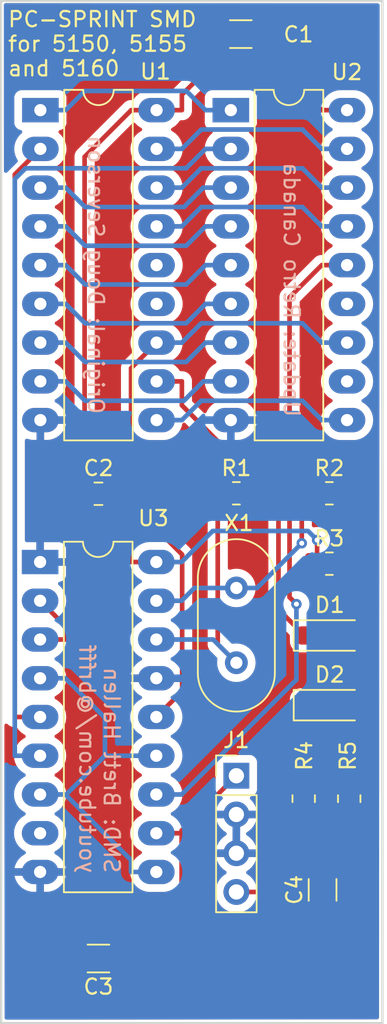
<source format=kicad_pcb>
(kicad_pcb (version 20221018) (generator pcbnew)
  (layers (0 "F.Cu" signal) (31 "B.Cu" signal) (34 "B.Paste" user) (35 "F.Paste" user) (36 "B.SilkS" user "B.Silkscreen") (37 "F.SilkS" user "F.Silkscreen") (38 "B.Mask" user) (39 "F.Mask" user) (44 "Edge.Cuts" user))
  (net 0 "")
  (net 1 "Net-(U1-VCC)")
  (net 2 "/GND")
  (net 3 "Net-(J1-Pin_1)")
  (net 4 "Net-(D2-K)")
  (net 5 "Net-(D1-K)")
  (net 6 "Net-(D1-A)")
  (net 7 "Net-(U3-X2)")
  (net 8 "Net-(U3-X1)")
  (net 9 "Net-(U1-CSYNC)")
  (net 10 "Net-(U1-PCLCK)")
  (net 11 "Net-(U1-~{AEN1})")
  (net 12 "Net-(U1-RDY1)")
  (net 13 "Net-(U1-READY)")
  (net 14 "Net-(U1-RDY2)")
  (net 15 "Net-(U1-~{AEN2})")
  (net 16 "Net-(U1-CLK)")
  (net 17 "Net-(U1-RESET)")
  (net 18 "Net-(U1-OSC)")
  (net 21 "Net-(U1-~{ASYNC})")
  (net 22 "Net-(U1-X2)")
  (net 23 "Net-(U1-X1)")
  (net 24 "Net-(U2-PCLCK)")
  (net 25 "Net-(U2-F{slash}C)")
  (net 26 "Net-(U2-EFI)")
  (net 27 "Net-(U3-PCLCK)")
  (footprint "Resistor_SMD:R_0805_2012Metric_Pad1.20x1.40mm_HandSolder" (layer "F.Cu") (at 94.8373 102.2825 90)
    (fp_text reference "R4" (at 2.8058 0.042762 90) (layer "F.SilkS"))
    (fp_text value "10K")
    (fp_line (start -0.227064 -0.735) (end 0.227064 -0.735) (stroke (width 0.12)) (layer "F.SilkS"))
    (fp_line (start -0.227064 0.735) (end 0.227064 0.735) (stroke (width 0.12)) (layer "F.SilkS"))
    (pad "1" smd roundrect (at -1 0 90) (size 1.2 1.4) (layers "F.Cu" "F.Paste" "F.Mask") (roundrect_rratio 0.2083333333) (net 1 "Net-(U1-VCC)"))
    (pad "2" smd roundrect (at 1 0 90) (size 1.2 1.4) (layers "F.Cu" "F.Paste" "F.Mask") (roundrect_rratio 0.2083333333) (net 4 "Net-(D2-K)"))
  )
  (footprint "Package_DIP:DIP-18_W7.62mm_LongPads" (layer "F.Cu") (at 77.5543 86.7679)
    (fp_text reference "U3" (at 7.429343 -2.865611) (layer "F.SilkS"))
    (fp_text value "8284A")
    (fp_line (start 1.56 -1.33) (end 1.56 21.65) (stroke (width 0.12)) (layer "F.SilkS"))
    (fp_line (start 1.56 21.65) (end 6.06 21.65) (stroke (width 0.12)) (layer "F.SilkS"))
    (fp_line (start 2.81 -1.33) (end 1.56 -1.33) (stroke (width 0.12)) (layer "F.SilkS"))
    (fp_line (start 6.06 -1.33) (end 4.81 -1.33) (stroke (width 0.12)) (layer "F.SilkS"))
    (fp_line (start 6.06 21.65) (end 6.06 -1.33) (stroke (width 0.12)) (layer "F.SilkS"))
    (fp_arc (start 4.81 -1.33) (mid 3.81 -0.33) (end 2.81 -1.33) (stroke (width 0.12)) (layer "F.SilkS"))
    (pad "1" thru_hole rect (at 0 0) (size 2.4 1.6) (drill 0.8) (layers "*.Cu" "*.Mask") (net 2 "/GND"))
    (pad "2" thru_hole oval (at 0 2.54) (size 2.4 1.6) (drill 0.8) (layers "*.Cu" "*.Mask") (net 27 "Net-(U3-PCLCK)"))
    (pad "3" thru_hole oval (at 0 5.08) (size 2.4 1.6) (drill 0.8) (layers "*.Cu" "*.Mask") (net 27 "Net-(U3-PCLCK)"))
    (pad "4" thru_hole oval (at 0 7.62) (size 2.4 1.6) (drill 0.8) (layers "*.Cu" "*.Mask") (net 25 "Net-(U2-F{slash}C)"))
    (pad "5" thru_hole oval (at 0 10.16) (size 2.4 1.6) (drill 0.8) (layers "*.Cu" "*.Mask") (net 10 "Net-(U1-PCLCK)"))
    (pad "6" thru_hole oval (at 0 12.7) (size 2.4 1.6) (drill 0.8) (layers "*.Cu" "*.Mask") (net 24 "Net-(U2-PCLCK)"))
    (pad "7" thru_hole oval (at 0 15.24) (size 2.4 1.6) (drill 0.8) (layers "*.Cu" "*.Mask") (net 25 "Net-(U2-F{slash}C)"))
    (pad "8" thru_hole oval (at 0 17.78) (size 2.4 1.6) (drill 0.8) (layers "*.Cu" "*.Mask"))
    (pad "9" thru_hole oval (at 0 20.32) (size 2.4 1.6) (drill 0.8) (layers "*.Cu" "*.Mask") (net 2 "/GND"))
    (pad "10" thru_hole oval (at 7.62 20.32) (size 2.4 1.6) (drill 0.8) (layers "*.Cu" "*.Mask") (net 25 "Net-(U2-F{slash}C)"))
    (pad "11" thru_hole oval (at 7.62 17.78) (size 2.4 1.6) (drill 0.8) (layers "*.Cu" "*.Mask") (net 3 "Net-(J1-Pin_1)"))
    (pad "12" thru_hole oval (at 7.62 15.24) (size 2.4 1.6) (drill 0.8) (layers "*.Cu" "*.Mask") (net 26 "Net-(U2-EFI)"))
    (pad "13" thru_hole oval (at 7.62 12.7) (size 2.4 1.6) (drill 0.8) (layers "*.Cu" "*.Mask") (net 25 "Net-(U2-F{slash}C)"))
    (pad "14" thru_hole oval (at 7.62 10.16) (size 2.4 1.6) (drill 0.8) (layers "*.Cu" "*.Mask") (net 18 "Net-(U1-OSC)"))
    (pad "15" thru_hole oval (at 7.62 7.62) (size 2.4 1.6) (drill 0.8) (layers "*.Cu" "*.Mask") (net 2 "/GND"))
    (pad "16" thru_hole oval (at 7.62 5.08) (size 2.4 1.6) (drill 0.8) (layers "*.Cu" "*.Mask") (net 7 "Net-(U3-X2)"))
    (pad "17" thru_hole oval (at 7.62 2.54) (size 2.4 1.6) (drill 0.8) (layers "*.Cu" "*.Mask") (net 8 "Net-(U3-X1)"))
    (pad "18" thru_hole oval (at 7.62 0) (size 2.4 1.6) (drill 0.8) (layers "*.Cu" "*.Mask") (net 1 "Net-(U1-VCC)"))
  )
  (footprint "Capacitor_SMD:C_1206_3216Metric_Pad1.33x1.80mm_HandSolder" (layer "F.Cu") (at 81.3793 112.7608 180)
    (fp_text reference "C3" (at 0 -1.85) (layer "F.SilkS"))
    (fp_text value "10uF")
    (fp_line (start -0.711252 -0.91) (end 0.711252 -0.91) (stroke (width 0.12)) (layer "F.SilkS"))
    (fp_line (start -0.711252 0.91) (end 0.711252 0.91) (stroke (width 0.12)) (layer "F.SilkS"))
    (pad "1" smd roundrect (at -1.5625 0 180) (size 1.325 1.8) (layers "F.Cu" "F.Paste" "F.Mask") (roundrect_rratio 0.1886792453) (net 3 "Net-(J1-Pin_1)"))
    (pad "2" smd roundrect (at 1.5625 0 180) (size 1.325 1.8) (layers "F.Cu" "F.Paste" "F.Mask") (roundrect_rratio 0.1886792453) (net 2 "/GND"))
  )
  (footprint "Resistor_SMD:R_0805_2012Metric_Pad1.20x1.40mm_HandSolder" (layer "F.Cu") (at 90.4229 82.2638)
    (fp_text reference "R1" (at 0 -1.65) (layer "F.SilkS"))
    (fp_text value "560")
    (fp_line (start -0.227064 -0.735) (end 0.227064 -0.735) (stroke (width 0.12)) (layer "F.SilkS"))
    (fp_line (start -0.227064 0.735) (end 0.227064 0.735) (stroke (width 0.12)) (layer "F.SilkS"))
    (pad "1" smd roundrect (at -1 0) (size 1.2 1.4) (layers "F.Cu" "F.Paste" "F.Mask") (roundrect_rratio 0.2083333333) (net 7 "Net-(U3-X2)"))
    (pad "2" smd roundrect (at 1 0) (size 1.2 1.4) (layers "F.Cu" "F.Paste" "F.Mask") (roundrect_rratio 0.2083333333) (net 2 "/GND"))
  )
  (footprint "Resistor_SMD:R_0805_2012Metric_Pad1.20x1.40mm_HandSolder" (layer "F.Cu") (at 96.52 82.2638)
    (fp_text reference "R2" (at 0 -1.65) (layer "F.SilkS"))
    (fp_text value "560")
    (fp_line (start -0.227064 -0.735) (end 0.227064 -0.735) (stroke (width 0.12)) (layer "F.SilkS"))
    (fp_line (start -0.227064 0.735) (end 0.227064 0.735) (stroke (width 0.12)) (layer "F.SilkS"))
    (pad "1" smd roundrect (at -1 0) (size 1.2 1.4) (layers "F.Cu" "F.Paste" "F.Mask") (roundrect_rratio 0.2083333333) (net 8 "Net-(U3-X1)"))
    (pad "2" smd roundrect (at 1 0) (size 1.2 1.4) (layers "F.Cu" "F.Paste" "F.Mask") (roundrect_rratio 0.2083333333) (net 2 "/GND"))
  )
  (footprint "Diode_SMD:D_SOD-123" (layer "F.Cu") (at 96.5425 96.1521)
    (fp_text reference "D2" (at 0 -2) (layer "F.SilkS"))
    (fp_text value "1N4148")
    (fp_line (start -2.36 -1) (end -2.36 1) (stroke (width 0.12)) (layer "F.SilkS"))
    (fp_line (start -2.36 -1) (end 1.65 -1) (stroke (width 0.12)) (layer "F.SilkS"))
    (fp_line (start -2.36 1) (end 1.65 1) (stroke (width 0.12)) (layer "F.SilkS"))
    (pad "1" smd roundrect (at -1.65 0) (size 0.9 1.2) (layers "F.Cu" "F.Paste" "F.Mask") (net 4 "Net-(D2-K)"))
    (pad "2" smd roundrect (at 1.65 0) (size 0.9 1.2) (layers "F.Cu" "F.Paste" "F.Mask") (net 6 "Net-(D1-A)"))
  )
  (footprint "Diode_SMD:D_SOD-123" (layer "F.Cu") (at 96.5425 91.5831)
    (fp_text reference "D1" (at 0 -2) (layer "F.SilkS"))
    (fp_text value "1N4148")
    (fp_line (start -2.36 -1) (end -2.36 1) (stroke (width 0.12)) (layer "F.SilkS"))
    (fp_line (start -2.36 -1) (end 1.65 -1) (stroke (width 0.12)) (layer "F.SilkS"))
    (fp_line (start -2.36 1) (end 1.65 1) (stroke (width 0.12)) (layer "F.SilkS"))
    (pad "1" smd roundrect (at -1.65 0) (size 0.9 1.2) (layers "F.Cu" "F.Paste" "F.Mask") (net 5 "Net-(D1-K)"))
    (pad "2" smd roundrect (at 1.65 0) (size 0.9 1.2) (layers "F.Cu" "F.Paste" "F.Mask") (net 6 "Net-(D1-A)"))
  )
  (footprint "Package_DIP:DIP-18_W7.62mm_LongPads" (layer "F.Cu") (at 77.5719 57.1456)
    (fp_text reference "U1" (at 7.542964 -2.525074) (layer "F.SilkS"))
    (fp_text value "8284A")
    (fp_line (start 1.56 -1.33) (end 1.56 21.65) (stroke (width 0.12)) (layer "F.SilkS"))
    (fp_line (start 1.56 21.65) (end 6.06 21.65) (stroke (width 0.12)) (layer "F.SilkS"))
    (fp_line (start 2.81 -1.33) (end 1.56 -1.33) (stroke (width 0.12)) (layer "F.SilkS"))
    (fp_line (start 6.06 -1.33) (end 4.81 -1.33) (stroke (width 0.12)) (layer "F.SilkS"))
    (fp_line (start 6.06 21.65) (end 6.06 -1.33) (stroke (width 0.12)) (layer "F.SilkS"))
    (fp_arc (start 4.81 -1.33) (mid 3.81 -0.33) (end 2.81 -1.33) (stroke (width 0.12)) (layer "F.SilkS"))
    (pad "1" thru_hole rect (at 0 0) (size 2.4 1.6) (drill 0.8) (layers "*.Cu" "*.Mask") (net 9 "Net-(U1-CSYNC)"))
    (pad "2" thru_hole oval (at 0 2.54) (size 2.4 1.6) (drill 0.8) (layers "*.Cu" "*.Mask") (net 10 "Net-(U1-PCLCK)"))
    (pad "3" thru_hole oval (at 0 5.08) (size 2.4 1.6) (drill 0.8) (layers "*.Cu" "*.Mask") (net 11 "Net-(U1-~{AEN1})"))
    (pad "4" thru_hole oval (at 0 7.62) (size 2.4 1.6) (drill 0.8) (layers "*.Cu" "*.Mask") (net 12 "Net-(U1-RDY1)"))
    (pad "5" thru_hole oval (at 0 10.16) (size 2.4 1.6) (drill 0.8) (layers "*.Cu" "*.Mask") (net 13 "Net-(U1-READY)"))
    (pad "6" thru_hole oval (at 0 12.7) (size 2.4 1.6) (drill 0.8) (layers "*.Cu" "*.Mask") (net 14 "Net-(U1-RDY2)"))
    (pad "7" thru_hole oval (at 0 15.24) (size 2.4 1.6) (drill 0.8) (layers "*.Cu" "*.Mask") (net 15 "Net-(U1-~{AEN2})"))
    (pad "8" thru_hole oval (at 0 17.78) (size 2.4 1.6) (drill 0.8) (layers "*.Cu" "*.Mask") (net 16 "Net-(U1-CLK)"))
    (pad "9" thru_hole oval (at 0 20.32) (size 2.4 1.6) (drill 0.8) (layers "*.Cu" "*.Mask") (net 2 "/GND"))
    (pad "10" thru_hole oval (at 7.62 20.32) (size 2.4 1.6) (drill 0.8) (layers "*.Cu" "*.Mask") (net 17 "Net-(U1-RESET)"))
    (pad "11" thru_hole oval (at 7.62 17.78) (size 2.4 1.6) (drill 0.8) (layers "*.Cu" "*.Mask") (net 5 "Net-(D1-K)"))
    (pad "12" thru_hole oval (at 7.62 15.24) (size 2.4 1.6) (drill 0.8) (layers "*.Cu" "*.Mask") (net 18 "Net-(U1-OSC)"))
    (pad "13" thru_hole oval (at 7.62 12.7) (size 2.4 1.6) (drill 0.8) (layers "*.Cu" "*.Mask"))
    (pad "14" thru_hole oval (at 7.62 10.16) (size 2.4 1.6) (drill 0.8) (layers "*.Cu" "*.Mask"))
    (pad "15" thru_hole oval (at 7.62 7.62) (size 2.4 1.6) (drill 0.8) (layers "*.Cu" "*.Mask") (net 21 "Net-(U1-~{ASYNC})"))
    (pad "16" thru_hole oval (at 7.62 5.08) (size 2.4 1.6) (drill 0.8) (layers "*.Cu" "*.Mask") (net 22 "Net-(U1-X2)"))
    (pad "17" thru_hole oval (at 7.62 2.54) (size 2.4 1.6) (drill 0.8) (layers "*.Cu" "*.Mask") (net 23 "Net-(U1-X1)"))
    (pad "18" thru_hole oval (at 7.62 0) (size 2.4 1.6) (drill 0.8) (layers "*.Cu" "*.Mask") (net 1 "Net-(U1-VCC)"))
  )
  (footprint "Crystal:Crystal_HC18-U_Vertical" (layer "F.Cu") (at 90.4229 93.3703 90)
    (fp_text reference "X1" (at 9.152132 0.169315) (layer "F.SilkS"))
    (fp_text value "22.11 MHz")
    (fp_line (start -0.675 -2.525) (end 5.575 -2.525) (stroke (width 0.12)) (layer "F.SilkS"))
    (fp_line (start -0.675 2.525) (end 5.575 2.525) (stroke (width 0.12)) (layer "F.SilkS"))
    (fp_arc (start -0.675 2.525) (mid -3.2 0) (end -0.675 -2.525) (stroke (width 0.12)) (layer "F.SilkS"))
    (fp_arc (start 5.575 -2.525) (mid 8.1 0) (end 5.575 2.525) (stroke (width 0.12)) (layer "F.SilkS"))
    (pad "1" thru_hole circle (at 0 0 90) (size 1.5 1.5) (drill 0.8) (layers "*.Cu" "*.Mask") (net 7 "Net-(U3-X2)"))
    (pad "2" thru_hole circle (at 4.9 0 90) (size 1.5 1.5) (drill 0.8) (layers "*.Cu" "*.Mask") (net 8 "Net-(U3-X1)"))
  )
  (footprint "Package_DIP:DIP-18_W7.62mm_LongPads" (layer "F.Cu") (at 90.0604 57.1456)
    (fp_text reference "U2" (at 7.610676 -2.490611) (layer "F.SilkS"))
    (fp_text value "8284A")
    (fp_line (start 1.56 -1.33) (end 1.56 21.65) (stroke (width 0.12)) (layer "F.SilkS"))
    (fp_line (start 1.56 21.65) (end 6.06 21.65) (stroke (width 0.12)) (layer "F.SilkS"))
    (fp_line (start 2.81 -1.33) (end 1.56 -1.33) (stroke (width 0.12)) (layer "F.SilkS"))
    (fp_line (start 6.06 -1.33) (end 4.81 -1.33) (stroke (width 0.12)) (layer "F.SilkS"))
    (fp_line (start 6.06 21.65) (end 6.06 -1.33) (stroke (width 0.12)) (layer "F.SilkS"))
    (fp_arc (start 4.81 -1.33) (mid 3.81 -0.33) (end 2.81 -1.33) (stroke (width 0.12)) (layer "F.SilkS"))
    (pad "1" thru_hole rect (at 0 0) (size 2.4 1.6) (drill 0.8) (layers "*.Cu" "*.Mask") (net 9 "Net-(U1-CSYNC)"))
    (pad "2" thru_hole oval (at 0 2.54) (size 2.4 1.6) (drill 0.8) (layers "*.Cu" "*.Mask") (net 24 "Net-(U2-PCLCK)"))
    (pad "3" thru_hole oval (at 0 5.08) (size 2.4 1.6) (drill 0.8) (layers "*.Cu" "*.Mask") (net 11 "Net-(U1-~{AEN1})"))
    (pad "4" thru_hole oval (at 0 7.62) (size 2.4 1.6) (drill 0.8) (layers "*.Cu" "*.Mask") (net 12 "Net-(U1-RDY1)"))
    (pad "5" thru_hole oval (at 0 10.16) (size 2.4 1.6) (drill 0.8) (layers "*.Cu" "*.Mask") (net 13 "Net-(U1-READY)"))
    (pad "6" thru_hole oval (at 0 12.7) (size 2.4 1.6) (drill 0.8) (layers "*.Cu" "*.Mask") (net 14 "Net-(U1-RDY2)"))
    (pad "7" thru_hole oval (at 0 15.24) (size 2.4 1.6) (drill 0.8) (layers "*.Cu" "*.Mask") (net 15 "Net-(U1-~{AEN2})"))
    (pad "8" thru_hole oval (at 0 17.78) (size 2.4 1.6) (drill 0.8) (layers "*.Cu" "*.Mask") (net 16 "Net-(U1-CLK)"))
    (pad "9" thru_hole oval (at 0 20.32) (size 2.4 1.6) (drill 0.8) (layers "*.Cu" "*.Mask") (net 2 "/GND"))
    (pad "10" thru_hole oval (at 7.62 20.32) (size 2.4 1.6) (drill 0.8) (layers "*.Cu" "*.Mask") (net 17 "Net-(U1-RESET)"))
    (pad "11" thru_hole oval (at 7.62 17.78) (size 2.4 1.6) (drill 0.8) (layers "*.Cu" "*.Mask") (net 6 "Net-(D1-A)"))
    (pad "12" thru_hole oval (at 7.62 15.24) (size 2.4 1.6) (drill 0.8) (layers "*.Cu" "*.Mask") (net 18 "Net-(U1-OSC)"))
    (pad "13" thru_hole oval (at 7.62 12.7) (size 2.4 1.6) (drill 0.8) (layers "*.Cu" "*.Mask") (net 25 "Net-(U2-F{slash}C)"))
    (pad "14" thru_hole oval (at 7.62 10.16) (size 2.4 1.6) (drill 0.8) (layers "*.Cu" "*.Mask") (net 26 "Net-(U2-EFI)"))
    (pad "15" thru_hole oval (at 7.62 7.62) (size 2.4 1.6) (drill 0.8) (layers "*.Cu" "*.Mask") (net 21 "Net-(U1-~{ASYNC})"))
    (pad "16" thru_hole oval (at 7.62 5.08) (size 2.4 1.6) (drill 0.8) (layers "*.Cu" "*.Mask") (net 22 "Net-(U1-X2)"))
    (pad "17" thru_hole oval (at 7.62 2.54) (size 2.4 1.6) (drill 0.8) (layers "*.Cu" "*.Mask") (net 23 "Net-(U1-X1)"))
    (pad "18" thru_hole oval (at 7.62 0) (size 2.4 1.6) (drill 0.8) (layers "*.Cu" "*.Mask") (net 1 "Net-(U1-VCC)"))
  )
  (footprint "Resistor_SMD:R_0805_2012Metric_Pad1.20x1.40mm_HandSolder" (layer "F.Cu") (at 97.8218 102.2825 90)
    (fp_text reference "R5" (at 2.8058 -0.085524 90) (layer "F.SilkS"))
    (fp_text value "10K")
    (fp_line (start -0.227064 -0.735) (end 0.227064 -0.735) (stroke (width 0.12)) (layer "F.SilkS"))
    (fp_line (start -0.227064 0.735) (end 0.227064 0.735) (stroke (width 0.12)) (layer "F.SilkS"))
    (pad "1" smd roundrect (at -1 0 90) (size 1.2 1.4) (layers "F.Cu" "F.Paste" "F.Mask") (roundrect_rratio 0.2083333333) (net 1 "Net-(U1-VCC)"))
    (pad "2" smd roundrect (at 1 0 90) (size 1.2 1.4) (layers "F.Cu" "F.Paste" "F.Mask") (roundrect_rratio 0.2083333333) (net 3 "Net-(J1-Pin_1)"))
  )
  (footprint "Capacitor_SMD:C_1206_3216Metric_Pad1.33x1.80mm_HandSolder" (layer "F.Cu") (at 96.0755 108.2607 90)
    (fp_text reference "C4" (at 0 -1.85 90) (layer "F.SilkS"))
    (fp_text value "10uF")
    (fp_line (start -0.711252 -0.91) (end 0.711252 -0.91) (stroke (width 0.12)) (layer "F.SilkS"))
    (fp_line (start -0.711252 0.91) (end 0.711252 0.91) (stroke (width 0.12)) (layer "F.SilkS"))
    (pad "1" smd roundrect (at -1.5625 0 90) (size 1.325 1.8) (layers "F.Cu" "F.Paste" "F.Mask") (roundrect_rratio 0.1886792453) (net 4 "Net-(D2-K)"))
    (pad "2" smd roundrect (at 1.5625 0 90) (size 1.325 1.8) (layers "F.Cu" "F.Paste" "F.Mask") (roundrect_rratio 0.1886792453) (net 2 "/GND"))
  )
  (footprint "Connector_PinHeader_2.54mm:PinHeader_1x04_P2.54mm_Vertical" (layer "F.Cu") (at 90.4229 100.7781)
    (fp_text reference "J1" (at 0 -2.33) (layer "F.SilkS"))
    (fp_text value "TB1")
    (fp_line (start -1.33 -1.33) (end 0 -1.33) (stroke (width 0.12)) (layer "F.SilkS"))
    (fp_line (start -1.33 0) (end -1.33 -1.33) (stroke (width 0.12)) (layer "F.SilkS"))
    (fp_line (start -1.33 1.27) (end -1.33 8.95) (stroke (width 0.12)) (layer "F.SilkS"))
    (fp_line (start -1.33 1.27) (end 1.33 1.27) (stroke (width 0.12)) (layer "F.SilkS"))
    (fp_line (start -1.33 8.95) (end 1.33 8.95) (stroke (width 0.12)) (layer "F.SilkS"))
    (fp_line (start 1.33 1.27) (end 1.33 8.95) (stroke (width 0.12)) (layer "F.SilkS"))
    (pad "1" thru_hole rect (at 0 0) (size 1.7 1.7) (drill 1) (layers "*.Cu" "*.Mask") (net 3 "Net-(J1-Pin_1)"))
    (pad "2" thru_hole oval (at 0 2.54) (size 1.7 1.7) (drill 1) (layers "*.Cu" "*.Mask") (net 2 "/GND"))
    (pad "3" thru_hole oval (at 0 5.08) (size 1.7 1.7) (drill 1) (layers "*.Cu" "*.Mask") (net 2 "/GND"))
    (pad "4" thru_hole oval (at 0 7.62) (size 1.7 1.7) (drill 1) (layers "*.Cu" "*.Mask") (net 4 "Net-(D2-K)"))
  )
  (footprint "Resistor_SMD:R_0805_2012Metric_Pad1.20x1.40mm_HandSolder" (layer "F.Cu") (at 96.52 86.8767)
    (fp_text reference "R3" (at 0 -1.65) (layer "F.SilkS"))
    (fp_text value "3.3K")
    (fp_line (start -0.227064 -0.735) (end 0.227064 -0.735) (stroke (width 0.12)) (layer "F.SilkS"))
    (fp_line (start -0.227064 0.735) (end 0.227064 0.735) (stroke (width 0.12)) (layer "F.SilkS"))
    (pad "1" smd roundrect (at -1 0) (size 1.2 1.4) (layers "F.Cu" "F.Paste" "F.Mask") (roundrect_rratio 0.2083333333) (net 1 "Net-(U1-VCC)"))
    (pad "2" smd roundrect (at 1 0) (size 1.2 1.4) (layers "F.Cu" "F.Paste" "F.Mask") (roundrect_rratio 0.2083333333) (net 6 "Net-(D1-A)"))
  )
  (footprint "Capacitor_SMD:C_1206_3216Metric_Pad1.33x1.80mm_HandSolder" (layer "F.Cu") (at 90.7121 52.1608)
    (fp_text reference "C1" (at 3.780907 0.02285) (layer "F.SilkS"))
    (fp_text value "10uF")
    (fp_line (start -0.711252 -0.91) (end 0.711252 -0.91) (stroke (width 0.12)) (layer "F.SilkS"))
    (fp_line (start -0.711252 0.91) (end 0.711252 0.91) (stroke (width 0.12)) (layer "F.SilkS"))
    (pad "1" smd roundrect (at -1.5625 0) (size 1.325 1.8) (layers "F.Cu" "F.Paste" "F.Mask") (roundrect_rratio 0.1886792453) (net 1 "Net-(U1-VCC)"))
    (pad "2" smd roundrect (at 1.5625 0) (size 1.325 1.8) (layers "F.Cu" "F.Paste" "F.Mask") (roundrect_rratio 0.1886792453) (net 2 "/GND"))
  )
  (footprint "Capacitor_SMD:C_0805_2012Metric_Pad1.18x1.45mm_HandSolder" (layer "F.Cu") (at 81.3793 82.2938)
    (fp_text reference "C2" (at 0 -1.68) (layer "F.SilkS"))
    (fp_text value "0.01uF")
    (fp_line (start -0.261252 -0.735) (end 0.261252 -0.735) (stroke (width 0.12)) (layer "F.SilkS"))
    (fp_line (start -0.261252 0.735) (end 0.261252 0.735) (stroke (width 0.12)) (layer "F.SilkS"))
    (pad "1" smd roundrect (at -1.0375 0) (size 1.175 1.45) (layers "F.Cu" "F.Paste" "F.Mask") (roundrect_rratio 0.2127659574) (net 1 "Net-(U1-VCC)"))
    (pad "2" smd roundrect (at 1.0375 0) (size 1.175 1.45) (layers "F.Cu" "F.Paste" "F.Mask") (roundrect_rratio 0.2127659574) (net 2 "/GND"))
  )
  (gr_line (start 100 117) (end 75 117) (stroke (width 0.15)) (layer "Edge.Cuts"))
  (gr_line (start 75 50) (end 100 50) (stroke (width 0.15)) (layer "Edge.Cuts"))
  (gr_line (start 75 117) (end 75 50) (stroke (width 0.15)) (layer "Edge.Cuts"))
  (gr_line (start 100 50) (end 100 117) (stroke (width 0.15)) (layer "Edge.Cuts"))
  (gr_text "SMD: Brett Hallen\nyoutube.com/@brfff" (at 80.050472 107.247654 270) (layer "B.SilkS") (effects (font (size 1 1)) (justify left bottom mirror)))
  (gr_text "Update: Retro Canada" (at 93.455339 77.354789 -90) (layer "B.SilkS") (effects (font (size 1 1)) (justify left bottom mirror)))
  (gr_text "Original: Doug Severson" (at 80.624342 77.153255 270) (layer "B.SilkS") (effects (font (size 1 1)) (justify left bottom mirror)))
  (gr_text "PC-SPRINT SMD\nfor 5150, 5155\nand 5160" (at 75.369955 54.996497) (layer "F.SilkS") (effects (font (size 1 1)) (justify left bottom)))
  (segment (start 80.4721 82.2938) (end 80.3418 82.2938) (width 0.3048) (layer "F.Cu") (net 1))
  (segment (start 89.1496 53.8368) (end 92.7125 53.8368) (width 0.3048) (layer "F.Cu") (net 1))
  (segment (start 85.1919 57.1456) (end 83.5328 57.1456) (width 0.3048) (layer "F.Cu") (net 1))
  (segment (start 97.8218 103.2825) (end 97.2709 103.2825) (width 0.3048) (layer "F.Cu") (net 1))
  (segment (start 80.4721 82.2938) (end 80.4721 60.2063) (width 0.3048) (layer "F.Cu") (net 1))
  (segment (start 83.5152 86.7679) (end 83.5152 85.3369) (width 0.3048) (layer "F.Cu") (net 1))
  (segment (start 83.5152 85.3369) (end 80.4721 82.2938) (width 0.3048) (layer "F.Cu") (net 1))
  (segment (start 95.52 86.8767) (end 95.7156 86.6811) (width 0.3048) (layer "F.Cu") (net 1))
  (segment (start 97.6804 57.1456) (end 96.0213 57.1456) (width 0.3048) (layer "F.Cu") (net 1))
  (segment (start 86.851 57.1456) (end 86.851 56.1354) (width 0.3048) (layer "F.Cu") (net 1))
  (segment (start 85.1743 86.7679) (end 83.5152 86.7679) (width 0.3048) (layer "F.Cu") (net 1))
  (segment (start 96.0541 102.0657) (end 94.8373 103.2825) (width 0.3048) (layer "F.Cu") (net 1))
  (segment (start 92.7125 53.8368) (end 96.0213 57.1456) (width 0.3048) (layer "F.Cu") (net 1))
  (segment (start 89.1496 52.1608) (end 89.1496 53.8368) (width 0.3048) (layer "F.Cu") (net 1))
  (segment (start 86.851 56.1354) (end 89.1496 53.8368) (width 0.3048) (layer "F.Cu") (net 1))
  (segment (start 95.7156 86.6811) (end 95.7156 85.3276) (width 0.3048) (layer "F.Cu") (net 1))
  (segment (start 80.4721 60.2063) (end 83.5328 57.1456) (width 0.3048) (layer "F.Cu") (net 1))
  (segment (start 85.1919 57.1456) (end 86.851 57.1456) (width 0.3048) (layer "F.Cu") (net 1))
  (segment (start 96.0541 87.4108) (end 96.0541 102.0657) (width 0.3048) (layer "F.Cu") (net 1))
  (segment (start 95.52 86.8767) (end 96.0541 87.4108) (width 0.3048) (layer "F.Cu") (net 1))
  (segment (start 97.2709 103.2825) (end 96.0541 102.0657) (width 0.3048) (layer "F.Cu") (net 1))
  (via (at 95.7156 85.3276) (size 0.6858) (drill 0.3302) (layers "F.Cu" "B.Cu") (net 1))
  (segment (start 86.8334 86.7679) (end 88.8693 84.732) (width 0.3048) (layer "B.Cu") (net 1))
  (segment (start 85.1743 86.7679) (end 86.8334 86.7679) (width 0.3048) (layer "B.Cu") (net 1))
  (segment (start 88.8693 84.732) (end 95.12 84.732) (width 0.3048) (layer "B.Cu") (net 1))
  (segment (start 95.12 84.732) (end 95.7156 85.3276) (width 0.3048) (layer "B.Cu") (net 1))
  (segment (start 85.7157 110.9971) (end 97.0504 110.9971) (width 0.3048) (layer "F.Cu") (net 3))
  (segment (start 82.9418 112.7608) (end 85.2106 110.492) (width 0.3048) (layer "F.Cu") (net 3))
  (segment (start 86.8334 104.3676) (end 86.8334 104.5479) (width 0.3048) (layer "F.Cu") (net 3))
  (segment (start 90.4229 100.7781) (end 86.8334 104.3676) (width 0.3048) (layer "F.Cu") (net 3))
  (segment (start 85.2106 110.492) (end 85.7157 110.9971) (width 0.3048) (layer "F.Cu") (net 3))
  (segment (start 99.0419 109.0056) (end 99.0419 102.5026) (width 0.3048) (layer "F.Cu") (net 3))
  (segment (start 99.0419 102.5026) (end 97.8218 101.2825) (width 0.3048) (layer "F.Cu") (net 3))
  (segment (start 86.8334 108.8692) (end 86.8334 104.5479) (width 0.3048) (layer "F.Cu") (net 3))
  (segment (start 85.2106 110.492) (end 86.8334 108.8692) (width 0.3048) (layer "F.Cu") (net 3))
  (segment (start 85.1743 104.5479) (end 86.8334 104.5479) (width 0.3048) (layer "F.Cu") (net 3))
  (segment (start 97.0504 110.9971) (end 99.0419 109.0056) (width 0.3048) (layer "F.Cu") (net 3))
  (segment (start 94.2084 107.9561) (end 96.0755 109.8232) (width 0.3048) (layer "F.Cu") (net 4))
  (segment (start 94.8373 96.2073) (end 94.8925 96.1521) (width 0.3048) (layer "F.Cu") (net 4))
  (segment (start 92.174 107.9561) (end 93.6187 107.9561) (width 0.3048) (layer "F.Cu") (net 4))
  (segment (start 93.6187 107.9561) (end 93.6187 102.5011) (width 0.3048) (layer "F.Cu") (net 4))
  (segment (start 94.8373 101.2825) (end 94.8373 96.2073) (width 0.3048) (layer "F.Cu") (net 4))
  (segment (start 90.4229 108.3981) (end 91.732 108.3981) (width 0.3048) (layer "F.Cu") (net 4))
  (segment (start 93.6187 107.9561) (end 94.2084 107.9561) (width 0.3048) (layer "F.Cu") (net 4))
  (segment (start 91.732 108.3981) (end 92.174 107.9561) (width 0.3048) (layer "F.Cu") (net 4))
  (segment (start 93.6187 102.5011) (end 94.8373 101.2825) (width 0.3048) (layer "F.Cu") (net 4))
  (segment (start 86.851 76.4973) (end 86.851 74.9256) (width 0.3048) (layer "F.Cu") (net 5))
  (segment (start 89.9228 78.9576) (end 89.3113 78.9576) (width 0.3048) (layer "F.Cu") (net 5))
  (segment (start 93.1829 89.8735) (end 93.1829 82.2177) (width 0.3048) (layer "F.Cu") (net 5))
  (segment (start 85.1919 74.9256) (end 86.851 74.9256) (width 0.3048) (layer "F.Cu") (net 5))
  (segment (start 89.3113 78.9576) (end 86.851 76.4973) (width 0.3048) (layer "F.Cu") (net 5))
  (segment (start 93.1829 82.2177) (end 89.9228 78.9576) (width 0.3048) (layer "F.Cu") (net 5))
  (segment (start 94.8925 91.5831) (end 93.1829 89.8735) (width 0.3048) (layer "F.Cu") (net 5))
  (segment (start 97.52 90.9106) (end 98.1925 91.5831) (width 0.3048) (layer "F.Cu") (net 6))
  (segment (start 98.1925 91.5831) (end 98.1925 96.1521) (width 0.3048) (layer "F.Cu") (net 6))
  (segment (start 97.52 86.8767) (end 97.52 90.9106) (width 0.3048) (layer "F.Cu") (net 6))
  (segment (start 89.2013 82.4854) (end 89.4229 82.2638) (width 0.3048) (layer "F.Cu") (net 7))
  (segment (start 89.2013 92.1487) (end 89.2013 82.4854) (width 0.3048) (layer "F.Cu") (net 7))
  (segment (start 90.4229 93.3703) (end 89.2013 92.1487) (width 0.3048) (layer "F.Cu") (net 7))
  (segment (start 88.9005 91.8479) (end 85.1743 91.8479) (width 0.3048) (layer "B.Cu") (net 7))
  (segment (start 90.4229 93.3703) (end 88.9005 91.8479) (width 0.3048) (layer "B.Cu") (net 7))
  (segment (start 94.7113 83.0725) (end 95.52 82.2638) (width 0.3048) (layer "F.Cu") (net 8))
  (segment (start 94.7113 85.5376) (end 94.7113 83.0725) (width 0.3048) (layer "F.Cu") (net 8))
  (via (at 94.7113 85.5376) (size 0.6858) (drill 0.3302) (layers "F.Cu" "B.Cu") (net 8))
  (segment (start 85.1743 89.3079) (end 86.8334 89.3079) (width 0.3048) (layer "B.Cu") (net 8))
  (segment (start 86.8334 89.3079) (end 87.671 88.4703) (width 0.3048) (layer "B.Cu") (net 8))
  (segment (start 87.671 88.4703) (end 90.4229 88.4703) (width 0.3048) (layer "B.Cu") (net 8))
  (segment (start 91.7786 88.4703) (end 94.7113 85.5376) (width 0.3048) (layer "B.Cu") (net 8))
  (segment (start 90.4229 88.4703) (end 91.7786 88.4703) (width 0.3048) (layer "B.Cu") (net 8))
  (segment (start 88.4013 57.1456) (end 87.1422 55.8865) (width 0.3048) (layer "B.Cu") (net 9))
  (segment (start 90.0604 57.1456) (end 88.4013 57.1456) (width 0.3048) (layer "B.Cu") (net 9))
  (segment (start 80.4901 55.8865) (end 79.231 57.1456) (width 0.3048) (layer "B.Cu") (net 9))
  (segment (start 77.5719 57.1456) (end 79.231 57.1456) (width 0.3048) (layer "B.Cu") (net 9))
  (segment (start 87.1422 55.8865) (end 80.4901 55.8865) (width 0.3048) (layer "B.Cu") (net 9))
  (segment (start 77.5543 96.9279) (end 75.8952 96.9279) (width 0.3048) (layer "F.Cu") (net 10))
  (segment (start 75.8952 61.3623) (end 77.5719 59.6856) (width 0.3048) (layer "F.Cu") (net 10))
  (segment (start 75.8952 96.9279) (end 75.8952 61.3623) (width 0.3048) (layer "F.Cu") (net 10))
  (segment (start 80.5009 63.4955) (end 79.231 62.2256) (width 0.3048) (layer "B.Cu") (net 11))
  (segment (start 77.5719 62.2256) (end 79.231 62.2256) (width 0.3048) (layer "B.Cu") (net 11))
  (segment (start 86.9846 63.4955) (end 80.5009 63.4955) (width 0.3048) (layer "B.Cu") (net 11))
  (segment (start 90.0604 62.2256) (end 88.2545 62.2256) (width 0.3048) (layer "B.Cu") (net 11))
  (segment (start 88.2545 62.2256) (end 86.9846 63.4955) (width 0.3048) (layer "B.Cu") (net 11))
  (segment (start 88.4013 64.7656) (end 87.1314 66.0355) (width 0.3048) (layer "B.Cu") (net 12))
  (segment (start 90.0604 64.7656) (end 88.4013 64.7656) (width 0.3048) (layer "B.Cu") (net 12))
  (segment (start 80.5009 66.0355) (end 79.231 64.7656) (width 0.3048) (layer "B.Cu") (net 12))
  (segment (start 77.5719 64.7656) (end 79.231 64.7656) (width 0.3048) (layer "B.Cu") (net 12))
  (segment (start 87.1314 66.0355) (end 80.5009 66.0355) (width 0.3048) (layer "B.Cu") (net 12))
  (segment (start 90.0604 67.3056) (end 88.4013 67.3056) (width 0.3048) (layer "B.Cu") (net 13))
  (segment (start 80.5009 68.5755) (end 79.231 67.3056) (width 0.3048) (layer "B.Cu") (net 13))
  (segment (start 87.1314 68.5755) (end 80.5009 68.5755) (width 0.3048) (layer "B.Cu") (net 13))
  (segment (start 88.4013 67.3056) (end 87.1314 68.5755) (width 0.3048) (layer "B.Cu") (net 13))
  (segment (start 77.5719 67.3056) (end 79.231 67.3056) (width 0.3048) (layer "B.Cu") (net 13))
  (segment (start 88.4013 69.8456) (end 87.1314 71.1155) (width 0.3048) (layer "B.Cu") (net 14))
  (segment (start 90.0604 69.8456) (end 88.4013 69.8456) (width 0.3048) (layer "B.Cu") (net 14))
  (segment (start 77.5719 69.8456) (end 79.231 69.8456) (width 0.3048) (layer "B.Cu") (net 14))
  (segment (start 80.5009 71.1155) (end 79.231 69.8456) (width 0.3048) (layer "B.Cu") (net 14))
  (segment (start 87.1314 71.1155) (end 80.5009 71.1155) (width 0.3048) (layer "B.Cu") (net 14))
  (segment (start 77.5719 72.3856) (end 79.231 72.3856) (width 0.3048) (layer "B.Cu") (net 15))
  (segment (start 88.4013 72.3856) (end 87.1314 73.6555) (width 0.3048) (layer "B.Cu") (net 15))
  (segment (start 90.0604 72.3856) (end 88.4013 72.3856) (width 0.3048) (layer "B.Cu") (net 15))
  (segment (start 80.5009 73.6555) (end 79.231 72.3856) (width 0.3048) (layer "B.Cu") (net 15))
  (segment (start 87.1314 73.6555) (end 80.5009 73.6555) (width 0.3048) (layer "B.Cu") (net 15))
  (segment (start 90.0604 74.9256) (end 88.2545 74.9256) (width 0.3048) (layer "B.Cu") (net 16))
  (segment (start 80.5009 76.1955) (end 79.231 74.9256) (width 0.3048) (layer "B.Cu") (net 16))
  (segment (start 86.9846 76.1955) (end 80.5009 76.1955) (width 0.3048) (layer "B.Cu") (net 16))
  (segment (start 77.5719 74.9256) (end 79.231 74.9256) (width 0.3048) (layer "B.Cu") (net 16))
  (segment (start 88.2545 74.9256) (end 86.9846 76.1955) (width 0.3048) (layer "B.Cu") (net 16))
  (segment (start 94.7514 76.1957) (end 88.1209 76.1957) (width 0.3048) (layer "B.Cu") (net 17))
  (segment (start 88.1209 76.1957) (end 86.851 77.4656) (width 0.3048) (layer "B.Cu") (net 17))
  (segment (start 97.6804 77.4656) (end 96.0213 77.4656) (width 0.3048) (layer "B.Cu") (net 17))
  (segment (start 96.0213 77.4656) (end 94.7514 76.1957) (width 0.3048) (layer "B.Cu") (net 17))
  (segment (start 85.1919 77.4656) (end 86.851 77.4656) (width 0.3048) (layer "B.Cu") (net 17))
  (segment (start 83.5169 74.0606) (end 83.5169 82.9298) (width 0.3048) (layer "F.Cu") (net 18))
  (segment (start 86.8683 95.2339) (end 85.1743 96.9279) (width 0.3048) (layer "F.Cu") (net 18))
  (segment (start 85.1919 72.3856) (end 83.5169 74.0606) (width 0.3048) (layer "F.Cu") (net 18))
  (segment (start 83.5169 82.9298) (end 86.8683 86.2812) (width 0.3048) (layer "F.Cu") (net 18))
  (segment (start 86.8683 86.2812) (end 86.8683 95.2339) (width 0.3048) (layer "F.Cu") (net 18))
  (segment (start 85.1919 72.3856) (end 86.851 72.3856) (width 0.3048) (layer "B.Cu") (net 18))
  (segment (start 97.284 72.3856) (end 97.6804 72.3856) (width 0.3048) (layer "B.Cu") (net 18))
  (segment (start 94.7514 71.1157) (end 96.0213 72.3856) (width 0.3048) (layer "B.Cu") (net 18))
  (segment (start 88.1209 71.1157) (end 94.7514 71.1157) (width 0.3048) (layer "B.Cu") (net 18))
  (segment (start 97.284 72.3856) (end 96.0213 72.3856) (width 0.3048) (layer "B.Cu") (net 18))
  (segment (start 86.851 72.3856) (end 88.1209 71.1157) (width 0.3048) (layer "B.Cu") (net 18))
  (segment (start 85.1919 64.7656) (end 86.851 64.7656) (width 0.3048) (layer "B.Cu") (net 21))
  (segment (start 94.7513 63.4956) (end 96.0213 64.7656) (width 0.3048) (layer "B.Cu") (net 21))
  (segment (start 88.121 63.4956) (end 94.7513 63.4956) (width 0.3048) (layer "B.Cu") (net 21))
  (segment (start 86.851 64.7656) (end 88.121 63.4956) (width 0.3048) (layer "B.Cu") (net 21))
  (segment (start 97.6804 64.7656) (end 96.0213 64.7656) (width 0.3048) (layer "B.Cu") (net 21))
  (segment (start 97.6804 62.2256) (end 96.0213 62.2256) (width 0.3048) (layer "B.Cu") (net 22))
  (segment (start 86.851 62.2256) (end 88.1165 60.9601) (width 0.3048) (layer "B.Cu") (net 22))
  (segment (start 85.1919 62.2256) (end 86.851 62.2256) (width 0.3048) (layer "B.Cu") (net 22))
  (segment (start 94.7558 60.9601) (end 96.0213 62.2256) (width 0.3048) (layer "B.Cu") (net 22))
  (segment (start 88.1165 60.9601) (end 94.7558 60.9601) (width 0.3048) (layer "B.Cu") (net 22))
  (segment (start 94.7513 58.4156) (end 88.121 58.4156) (width 0.3048) (layer "B.Cu") (net 23))
  (segment (start 97.6804 59.6856) (end 96.0213 59.6856) (width 0.3048) (layer "B.Cu") (net 23))
  (segment (start 96.0213 59.6856) (end 94.7513 58.4156) (width 0.3048) (layer "B.Cu") (net 23))
  (segment (start 85.1919 59.6856) (end 86.851 59.6856) (width 0.3048) (layer "B.Cu") (net 23))
  (segment (start 88.121 58.4156) (end 86.851 59.6856) (width 0.3048) (layer "B.Cu") (net 23))
  (segment (start 90.0604 59.6856) (end 88.4013 59.6856) (width 0.3048) (layer "B.Cu") (net 24))
  (segment (start 75.8952 61.6617) (end 76.6013 60.9556) (width 0.3048) (layer "B.Cu") (net 24))
  (segment (start 76.6013 60.9556) (end 87.1313 60.9556) (width 0.3048) (layer "B.Cu") (net 24))
  (segment (start 87.1313 60.9556) (end 88.4013 59.6856) (width 0.3048) (layer "B.Cu") (net 24))
  (segment (start 75.8952 99.4679) (end 75.8952 61.6617) (width 0.3048) (layer "B.Cu") (net 24))
  (segment (start 77.5543 99.4679) (end 75.8952 99.4679) (width 0.3048) (layer "B.Cu") (net 24))
  (segment (start 84.7779 99.4679) (end 85.1743 99.4679) (width 0.3048) (layer "B.Cu") (net 25))
  (segment (start 79.2391 102.0336) (end 81.8048 99.4679) (width 0.3048) (layer "B.Cu") (net 25))
  (segment (start 84.3448 99.4679) (end 81.8048 99.4679) (width 0.3048) (layer "B.Cu") (net 25))
  (segment (start 84.7779 99.4679) (end 84.3448 99.4679) (width 0.3048) (layer "B.Cu") (net 25))
  (segment (start 81.8048 96.9793) (end 79.2134 94.3879) (width 0.3048) (layer "B.Cu") (net 25))
  (segment (start 83.5152 107.0879) (end 83.5152 106.3097) (width 0.3048) (layer "B.Cu") (net 25))
  (segment (start 77.5543 102.0079) (end 79.2134 102.0079) (width 0.3048) (layer "B.Cu") (net 25))
  (segment (start 77.5543 94.3879) (end 79.2134 94.3879) (width 0.3048) (layer "B.Cu") (net 25))
  (segment (start 85.1743 107.0879) (end 83.5152 107.0879) (width 0.3048) (layer "B.Cu") (net 25))
  (segment (start 81.8048 99.4679) (end 81.8048 96.9793) (width 0.3048) (layer "B.Cu") (net 25))
  (segment (start 79.2391 102.0336) (end 79.2134 102.0079) (width 0.3048) (layer "B.Cu") (net 25))
  (segment (start 83.5152 106.3097) (end 79.2391 102.0336) (width 0.3048) (layer "B.Cu") (net 25))
  (segment (start 96.0213 67.3056) (end 93.9093 69.4176) (width 0.3048) (layer "F.Cu") (net 26))
  (segment (start 93.9093 89.0768) (end 94.3603 89.5278) (width 0.3048) (layer "F.Cu") (net 26))
  (segment (start 97.6804 67.3056) (end 96.0213 67.3056) (width 0.3048) (layer "F.Cu") (net 26))
  (segment (start 93.9093 69.4176) (end 93.9093 89.0768) (width 0.3048) (layer "F.Cu") (net 26))
  (via (at 94.3603 89.5278) (size 0.6858) (drill 0.3302) (layers "F.Cu" "B.Cu") (net 26))
  (segment (start 86.8334 102.0079) (end 94.3603 94.481) (width 0.3048) (layer "B.Cu") (net 26))
  (segment (start 85.1743 102.0079) (end 86.8334 102.0079) (width 0.3048) (layer "B.Cu") (net 26))
  (segment (start 94.3603 94.481) (end 94.3603 89.5278) (width 0.3048) (layer "B.Cu") (net 26))
  (segment (start 79.2134 91.8479) (end 79.2134 90.967) (width 0.3048) (layer "F.Cu") (net 27))
  (segment (start 79.2134 90.967) (end 77.5543 89.3079) (width 0.3048) (layer "F.Cu") (net 27))
  (segment (start 77.5543 91.8479) (end 79.2134 91.8479) (width 0.3048) (layer "F.Cu") (net 27))
  (zone (net 2) (net_name "/GND") (layers "F&B.Cu") (connect_pads (clearance 0.508)) (min_thickness 0.25) (fill yes (thermal_gap 0.5) (thermal_bridge_width 0.5))
    (polygon (pts (xy 75.172797 50.131969) (xy 99.817312 50.142333) (xy 99.776709 116.748756) (xy 75.229417 116.768665) (xy 75.172079 50.130882)))
  )
)
</source>
